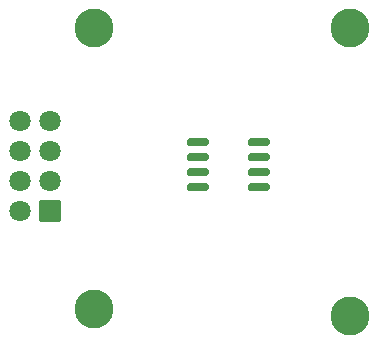
<source format=gbr>
%TF.GenerationSoftware,KiCad,Pcbnew,9.0.6+1*%
%TF.CreationDate,Date%
%TF.ProjectId,kibot-test-cicd,6b69626f-742d-4746-9573-742d63696364,0.1.0+ (Unreleased)*%
%TF.SameCoordinates,Original*%
%TF.FileFunction,Soldermask,Bot*%
%TF.FilePolarity,Negative*%
%FSLAX46Y46*%
G04 Gerber Fmt 4.6, Leading zero omitted, Abs format (unit mm)*
G04 Created by KiCad*
%MOMM*%
%LPD*%
G01*
G04 APERTURE LIST*
G04 Aperture macros list*
%AMRoundRect*
0 Rectangle with rounded corners*
0 $1 Rounding radius*
0 $2 $3 $4 $5 $6 $7 $8 $9 X,Y pos of 4 corners*
0 Add a 4 corners polygon primitive as box body*
4,1,4,$2,$3,$4,$5,$6,$7,$8,$9,$2,$3,0*
0 Add four circle primitives for the rounded corners*
1,1,$1+$1,$2,$3*
1,1,$1+$1,$4,$5*
1,1,$1+$1,$6,$7*
1,1,$1+$1,$8,$9*
0 Add four rect primitives between the rounded corners*
20,1,$1+$1,$2,$3,$4,$5,0*
20,1,$1+$1,$4,$5,$6,$7,0*
20,1,$1+$1,$6,$7,$8,$9,0*
20,1,$1+$1,$8,$9,$2,$3,0*%
G04 Aperture macros list end*
%ADD10C,3.300000*%
%ADD11RoundRect,0.050000X0.850000X0.850000X-0.850000X0.850000X-0.850000X-0.850000X0.850000X-0.850000X0*%
%ADD12C,1.800000*%
%ADD13RoundRect,0.175000X-0.750000X-0.175000X0.750000X-0.175000X0.750000X0.175000X-0.750000X0.175000X0*%
G04 APERTURE END LIST*
D10*
%TO.C,H2*%
X158750000Y-102870000D03*
%TD*%
%TO.C,H1*%
X137075000Y-78420149D03*
%TD*%
%TO.C,H3*%
X158750000Y-78486000D03*
%TD*%
%TO.C,H4*%
X137075000Y-102270149D03*
%TD*%
D11*
%TO.C,J1*%
X133355000Y-93980000D03*
D12*
X130815000Y-93980000D03*
X133355000Y-91440000D03*
X130815000Y-91440000D03*
X133355000Y-88900000D03*
X130815000Y-88900000D03*
X133355000Y-86360000D03*
X130815000Y-86360000D03*
%TD*%
D13*
%TO.C,U1*%
X145925000Y-91905000D03*
X145925000Y-90635000D03*
X145925000Y-89365000D03*
X145925000Y-88095000D03*
X151075000Y-88095000D03*
X151075000Y-89365000D03*
X151075000Y-90635000D03*
X151075000Y-91905000D03*
%TD*%
M02*

</source>
